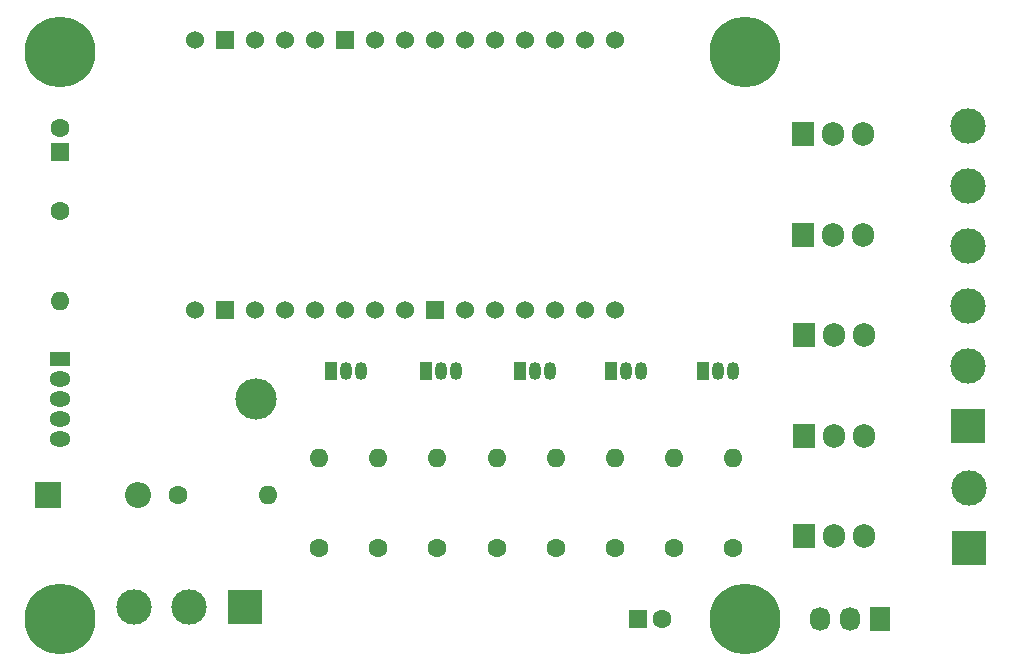
<source format=gbr>
%TF.GenerationSoftware,KiCad,Pcbnew,5.1.10-88a1d61d58~90~ubuntu20.04.1*%
%TF.CreationDate,2021-10-16T18:09:50-04:00*%
%TF.ProjectId,jrgbwww24,6a726762-7777-4773-9234-2e6b69636164,rev?*%
%TF.SameCoordinates,Original*%
%TF.FileFunction,Soldermask,Bot*%
%TF.FilePolarity,Negative*%
%FSLAX46Y46*%
G04 Gerber Fmt 4.6, Leading zero omitted, Abs format (unit mm)*
G04 Created by KiCad (PCBNEW 5.1.10-88a1d61d58~90~ubuntu20.04.1) date 2021-10-16 18:09:50*
%MOMM*%
%LPD*%
G01*
G04 APERTURE LIST*
%ADD10O,1.050000X1.500000*%
%ADD11R,1.050000X1.500000*%
%ADD12O,1.730000X2.030000*%
%ADD13R,1.730000X2.030000*%
%ADD14O,1.800000X1.275000*%
%ADD15R,1.800000X1.275000*%
%ADD16O,3.500000X3.500000*%
%ADD17C,3.000000*%
%ADD18R,3.000000X3.000000*%
%ADD19O,1.600000X1.600000*%
%ADD20C,1.600000*%
%ADD21O,2.200000X2.200000*%
%ADD22R,2.200000X2.200000*%
%ADD23R,1.600000X1.600000*%
%ADD24O,1.905000X2.000000*%
%ADD25R,1.905000X2.000000*%
%ADD26C,6.000000*%
%ADD27C,1.524000*%
%ADD28R,1.524000X1.524000*%
G04 APERTURE END LIST*
D10*
%TO.C,Q5*%
X118270000Y-91000000D03*
X119540000Y-91000000D03*
D11*
X117000000Y-91000000D03*
%TD*%
D10*
%TO.C,Q4*%
X126270000Y-91000000D03*
X127540000Y-91000000D03*
D11*
X125000000Y-91000000D03*
%TD*%
D10*
%TO.C,Q3*%
X134270000Y-91000000D03*
X135540000Y-91000000D03*
D11*
X133000000Y-91000000D03*
%TD*%
D10*
%TO.C,Q2*%
X142000000Y-91000000D03*
X143270000Y-91000000D03*
D11*
X140730000Y-91000000D03*
%TD*%
D10*
%TO.C,Q1*%
X149770000Y-91000000D03*
X151040000Y-91000000D03*
D11*
X148500000Y-91000000D03*
%TD*%
D12*
%TO.C,J3*%
X158420000Y-112000000D03*
X160960000Y-112000000D03*
D13*
X163500000Y-112000000D03*
%TD*%
D14*
%TO.C,U2*%
X94000000Y-96800000D03*
X94000000Y-95100000D03*
X94000000Y-93400000D03*
X94000000Y-91700000D03*
D15*
X94000000Y-90000000D03*
D16*
X110660000Y-93400000D03*
%TD*%
D17*
%TO.C,SW1*%
X100300000Y-111000000D03*
X105000000Y-111000000D03*
D18*
X109700000Y-111000000D03*
%TD*%
D19*
%TO.C,R10*%
X111620000Y-101500000D03*
D20*
X104000000Y-101500000D03*
%TD*%
D19*
%TO.C,R9*%
X94000000Y-85120000D03*
D20*
X94000000Y-77500000D03*
%TD*%
D17*
%TO.C,J1*%
X171000000Y-100920000D03*
D18*
X171000000Y-106000000D03*
%TD*%
D21*
%TO.C,D4*%
X100620000Y-101500000D03*
D22*
X93000000Y-101500000D03*
%TD*%
D20*
%TO.C,C2*%
X94000000Y-70500000D03*
D23*
X94000000Y-72500000D03*
%TD*%
D20*
%TO.C,C1*%
X145000000Y-112000000D03*
D23*
X143000000Y-112000000D03*
%TD*%
D24*
%TO.C,Q8*%
X162080000Y-88000000D03*
X159540000Y-88000000D03*
D25*
X157000000Y-88000000D03*
%TD*%
D24*
%TO.C,Q7*%
X162080000Y-96500000D03*
X159540000Y-96500000D03*
D25*
X157000000Y-96500000D03*
%TD*%
D24*
%TO.C,Q10*%
X162040000Y-71000000D03*
X159500000Y-71000000D03*
D25*
X156960000Y-71000000D03*
%TD*%
D24*
%TO.C,Q9*%
X162040000Y-79500000D03*
X159500000Y-79500000D03*
D25*
X156960000Y-79500000D03*
%TD*%
D24*
%TO.C,Q6*%
X162080000Y-105000000D03*
X159540000Y-105000000D03*
D25*
X157000000Y-105000000D03*
%TD*%
D26*
%TO.C,REF\u002A\u002A*%
X152000000Y-64000000D03*
%TD*%
%TO.C,REF\u002A\u002A*%
X152000000Y-112000000D03*
%TD*%
%TO.C,REF\u002A\u002A*%
X94000000Y-112000000D03*
%TD*%
%TO.C,REF\u002A\u002A*%
X94000000Y-64000000D03*
%TD*%
D27*
%TO.C,U1*%
X105440000Y-85860000D03*
D28*
X107980000Y-85860000D03*
D27*
X110520000Y-85860000D03*
X113060000Y-85860000D03*
X115600000Y-85860000D03*
X118140000Y-85860000D03*
X120680000Y-85860000D03*
X123220000Y-85860000D03*
D28*
X125760000Y-85860000D03*
D27*
X128300000Y-85860000D03*
X130840000Y-85860000D03*
X133380000Y-85860000D03*
X135920000Y-85860000D03*
X138460000Y-85860000D03*
X141000000Y-85860000D03*
X105440000Y-63000000D03*
D28*
X107980000Y-63000000D03*
D27*
X110520000Y-63000000D03*
X113060000Y-63000000D03*
X115600000Y-63000000D03*
D28*
X118140000Y-63000000D03*
D27*
X120680000Y-63000000D03*
X123220000Y-63000000D03*
X125760000Y-63000000D03*
X128300000Y-63000000D03*
X130840000Y-63000000D03*
X133380000Y-63000000D03*
X135920000Y-63000000D03*
X138460000Y-63000000D03*
X141000000Y-63000000D03*
%TD*%
D19*
%TO.C,R8*%
X126000000Y-98380000D03*
D20*
X126000000Y-106000000D03*
%TD*%
D19*
%TO.C,R7*%
X121000000Y-98380000D03*
D20*
X121000000Y-106000000D03*
%TD*%
D19*
%TO.C,R6*%
X116000000Y-98380000D03*
D20*
X116000000Y-106000000D03*
%TD*%
D19*
%TO.C,R5*%
X131000000Y-98380000D03*
D20*
X131000000Y-106000000D03*
%TD*%
D19*
%TO.C,R4*%
X136000000Y-98380000D03*
D20*
X136000000Y-106000000D03*
%TD*%
D19*
%TO.C,R3*%
X141000000Y-98380000D03*
D20*
X141000000Y-106000000D03*
%TD*%
D19*
%TO.C,R2*%
X146000000Y-98380000D03*
D20*
X146000000Y-106000000D03*
%TD*%
D19*
%TO.C,R1*%
X151000000Y-98380000D03*
D20*
X151000000Y-106000000D03*
%TD*%
D17*
%TO.C,J2*%
X170925300Y-70330600D03*
X170925300Y-75410600D03*
X170925300Y-80490600D03*
D18*
X170925300Y-95730600D03*
D17*
X170925300Y-85570600D03*
X170925300Y-90650600D03*
%TD*%
M02*

</source>
